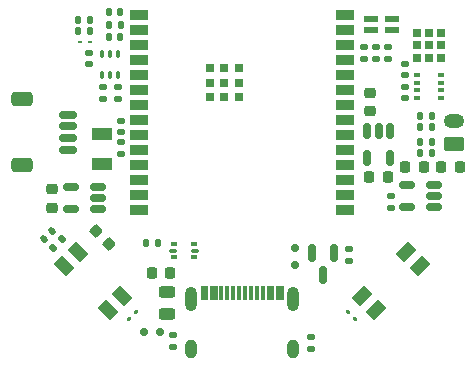
<source format=gbr>
%TF.GenerationSoftware,KiCad,Pcbnew,9.0.6*%
%TF.CreationDate,2026-01-06T14:18:23+01:00*%
%TF.ProjectId,EnviroLind,456e7669-726f-44c6-996e-642e6b696361,rev?*%
%TF.SameCoordinates,Original*%
%TF.FileFunction,Soldermask,Top*%
%TF.FilePolarity,Negative*%
%FSLAX46Y46*%
G04 Gerber Fmt 4.6, Leading zero omitted, Abs format (unit mm)*
G04 Created by KiCad (PCBNEW 9.0.6) date 2026-01-06 14:18:23*
%MOMM*%
%LPD*%
G01*
G04 APERTURE LIST*
G04 Aperture macros list*
%AMRoundRect*
0 Rectangle with rounded corners*
0 $1 Rounding radius*
0 $2 $3 $4 $5 $6 $7 $8 $9 X,Y pos of 4 corners*
0 Add a 4 corners polygon primitive as box body*
4,1,4,$2,$3,$4,$5,$6,$7,$8,$9,$2,$3,0*
0 Add four circle primitives for the rounded corners*
1,1,$1+$1,$2,$3*
1,1,$1+$1,$4,$5*
1,1,$1+$1,$6,$7*
1,1,$1+$1,$8,$9*
0 Add four rect primitives between the rounded corners*
20,1,$1+$1,$2,$3,$4,$5,0*
20,1,$1+$1,$4,$5,$6,$7,0*
20,1,$1+$1,$6,$7,$8,$9,0*
20,1,$1+$1,$8,$9,$2,$3,0*%
%AMRotRect*
0 Rectangle, with rotation*
0 The origin of the aperture is its center*
0 $1 length*
0 $2 width*
0 $3 Rotation angle, in degrees counterclockwise*
0 Add horizontal line*
21,1,$1,$2,0,0,$3*%
G04 Aperture macros list end*
%ADD10RoundRect,0.135000X-0.135000X-0.185000X0.135000X-0.185000X0.135000X0.185000X-0.135000X0.185000X0*%
%ADD11RoundRect,0.243750X0.456250X-0.243750X0.456250X0.243750X-0.456250X0.243750X-0.456250X-0.243750X0*%
%ADD12RoundRect,0.140000X0.140000X0.170000X-0.140000X0.170000X-0.140000X-0.170000X0.140000X-0.170000X0*%
%ADD13RoundRect,0.135000X0.185000X-0.135000X0.185000X0.135000X-0.185000X0.135000X-0.185000X-0.135000X0*%
%ADD14RoundRect,0.225000X0.225000X0.250000X-0.225000X0.250000X-0.225000X-0.250000X0.225000X-0.250000X0*%
%ADD15RotRect,1.550000X1.000000X315.000000*%
%ADD16RoundRect,0.140000X0.170000X-0.140000X0.170000X0.140000X-0.170000X0.140000X-0.170000X-0.140000X0*%
%ADD17R,0.500000X0.350000*%
%ADD18R,1.200000X0.600000*%
%ADD19RoundRect,0.140000X-0.170000X0.140000X-0.170000X-0.140000X0.170000X-0.140000X0.170000X0.140000X0*%
%ADD20RoundRect,0.135000X0.135000X0.185000X-0.135000X0.185000X-0.135000X-0.185000X0.135000X-0.185000X0*%
%ADD21RoundRect,0.150000X0.150000X0.200000X-0.150000X0.200000X-0.150000X-0.200000X0.150000X-0.200000X0*%
%ADD22RoundRect,0.093750X-0.156250X-0.093750X0.156250X-0.093750X0.156250X0.093750X-0.156250X0.093750X0*%
%ADD23RoundRect,0.075000X-0.250000X-0.075000X0.250000X-0.075000X0.250000X0.075000X-0.250000X0.075000X0*%
%ADD24RoundRect,0.150000X0.200000X-0.150000X0.200000X0.150000X-0.200000X0.150000X-0.200000X-0.150000X0*%
%ADD25RoundRect,0.225000X-0.335876X-0.017678X-0.017678X-0.335876X0.335876X0.017678X0.017678X0.335876X0*%
%ADD26R,1.500000X0.900000*%
%ADD27R,0.800000X0.800000*%
%ADD28RoundRect,0.150000X0.512500X0.150000X-0.512500X0.150000X-0.512500X-0.150000X0.512500X-0.150000X0*%
%ADD29RoundRect,0.062500X-0.127279X0.038891X0.038891X-0.127279X0.127279X-0.038891X-0.038891X0.127279X0*%
%ADD30RoundRect,0.147500X0.147500X0.172500X-0.147500X0.172500X-0.147500X-0.172500X0.147500X-0.172500X0*%
%ADD31RoundRect,0.150000X-0.150000X0.587500X-0.150000X-0.587500X0.150000X-0.587500X0.150000X0.587500X0*%
%ADD32R,1.800000X1.000000*%
%ADD33RoundRect,0.225000X-0.225000X-0.250000X0.225000X-0.250000X0.225000X0.250000X-0.225000X0.250000X0*%
%ADD34RotRect,1.550000X1.000000X45.000000*%
%ADD35RoundRect,0.150000X-0.150000X0.512500X-0.150000X-0.512500X0.150000X-0.512500X0.150000X0.512500X0*%
%ADD36RoundRect,0.150000X-0.625000X0.150000X-0.625000X-0.150000X0.625000X-0.150000X0.625000X0.150000X0*%
%ADD37RoundRect,0.250000X-0.650000X0.350000X-0.650000X-0.350000X0.650000X-0.350000X0.650000X0.350000X0*%
%ADD38RoundRect,0.147500X-0.147500X-0.172500X0.147500X-0.172500X0.147500X0.172500X-0.147500X0.172500X0*%
%ADD39RoundRect,0.135000X-0.035355X0.226274X-0.226274X0.035355X0.035355X-0.226274X0.226274X-0.035355X0*%
%ADD40RoundRect,0.075000X-0.075000X0.250000X-0.075000X-0.250000X0.075000X-0.250000X0.075000X0.250000X0*%
%ADD41RoundRect,0.062500X0.038891X0.127279X-0.127279X-0.038891X-0.038891X-0.127279X0.127279X0.038891X0*%
%ADD42RoundRect,0.135000X-0.185000X0.135000X-0.185000X-0.135000X0.185000X-0.135000X0.185000X0.135000X0*%
%ADD43RoundRect,0.225000X0.250000X-0.225000X0.250000X0.225000X-0.250000X0.225000X-0.250000X-0.225000X0*%
%ADD44R,0.300000X1.150000*%
%ADD45O,1.000000X2.100000*%
%ADD46O,1.000000X1.600000*%
%ADD47RoundRect,0.062500X0.117500X0.062500X-0.117500X0.062500X-0.117500X-0.062500X0.117500X-0.062500X0*%
%ADD48RoundRect,0.070000X-0.280000X0.280000X-0.280000X-0.280000X0.280000X-0.280000X0.280000X0.280000X0*%
%ADD49RoundRect,0.140000X-0.021213X0.219203X-0.219203X0.021213X0.021213X-0.219203X0.219203X-0.021213X0*%
%ADD50RoundRect,0.250000X0.625000X-0.350000X0.625000X0.350000X-0.625000X0.350000X-0.625000X-0.350000X0*%
%ADD51O,1.750000X1.200000*%
G04 APERTURE END LIST*
D10*
%TO.C,R12*%
X116662200Y-101142800D03*
X117682200Y-101142800D03*
%TD*%
D11*
%TO.C,FB1*%
X95250000Y-117015500D03*
X95250000Y-115140500D03*
%TD*%
D12*
%TO.C,C5*%
X88694200Y-93065600D03*
X87734200Y-93065600D03*
%TD*%
D13*
%TO.C,R2*%
X107438000Y-119915400D03*
X107438000Y-118895400D03*
%TD*%
D14*
%TO.C,C13*%
X120028000Y-104521000D03*
X118478000Y-104521000D03*
%TD*%
D15*
%TO.C,SW4*%
X90254668Y-116657643D03*
X86542357Y-112945332D03*
X91456749Y-115455562D03*
X87744438Y-111743251D03*
%TD*%
D13*
%TO.C,R5*%
X112903000Y-95426700D03*
X112903000Y-94406700D03*
%TD*%
D16*
%TO.C,C8*%
X115392200Y-98699200D03*
X115392200Y-97739200D03*
%TD*%
D17*
%TO.C,U5*%
X118414800Y-96754400D03*
X118414800Y-97404400D03*
X118414800Y-98054400D03*
X118414800Y-98704400D03*
X116364800Y-98704400D03*
X116364800Y-98054400D03*
X116364800Y-97404400D03*
X116364800Y-96754400D03*
%TD*%
D18*
%TO.C,D3*%
X112522000Y-91995700D03*
X114322000Y-91995700D03*
X112522000Y-92945700D03*
X114322000Y-92945700D03*
%TD*%
D19*
%TO.C,C9*%
X91338400Y-102466200D03*
X91338400Y-103426200D03*
%TD*%
D20*
%TO.C,R10*%
X88698800Y-92125800D03*
X87678800Y-92125800D03*
%TD*%
D21*
%TO.C,D2*%
X93280000Y-118491000D03*
X94680000Y-118491000D03*
%TD*%
D22*
%TO.C,U2*%
X95797000Y-111095500D03*
D23*
X95722000Y-111633000D03*
D22*
X95797000Y-112170500D03*
X97497000Y-112170500D03*
D23*
X97572000Y-111633000D03*
D22*
X97497000Y-111095500D03*
%TD*%
D19*
%TO.C,C10*%
X115392200Y-95834200D03*
X115392200Y-96794200D03*
%TD*%
D24*
%TO.C,D9*%
X106045000Y-111441000D03*
X106045000Y-112841000D03*
%TD*%
D25*
%TO.C,C1*%
X89240992Y-109941992D03*
X90337008Y-111038008D03*
%TD*%
D26*
%TO.C,U8*%
X92850000Y-91669000D03*
X92850000Y-92939000D03*
X92850000Y-94209000D03*
X92850000Y-95479000D03*
X92850000Y-96749000D03*
X92850000Y-98019000D03*
X92850000Y-99289000D03*
X92850000Y-100559000D03*
X92850000Y-101829000D03*
X92850000Y-103099000D03*
X92850000Y-104369000D03*
X92850000Y-105639000D03*
X92850000Y-106909000D03*
X92850000Y-108179000D03*
X110350000Y-108179000D03*
X110350000Y-106909000D03*
X110350000Y-105639000D03*
X110350000Y-104369000D03*
X110350000Y-103099000D03*
X110350000Y-101829000D03*
X110350000Y-100559000D03*
X110350000Y-99289000D03*
X110350000Y-98019000D03*
X110350000Y-96749000D03*
X110350000Y-95479000D03*
X110350000Y-94209000D03*
X110350000Y-92939000D03*
X110350000Y-91669000D03*
D27*
X98845000Y-96139000D03*
X98845000Y-97389000D03*
X98845000Y-98639000D03*
X100095000Y-96139000D03*
X100095000Y-97389000D03*
X100095000Y-98639000D03*
X101345000Y-96139000D03*
X101345000Y-97389000D03*
X101345000Y-98639000D03*
%TD*%
D28*
%TO.C,U3*%
X89402500Y-108138000D03*
X89402500Y-107188000D03*
X89402500Y-106238000D03*
X87127500Y-106238000D03*
X87127500Y-108138000D03*
%TD*%
D29*
%TO.C,D5*%
X111167985Y-117390985D03*
X110574015Y-116797015D03*
%TD*%
D30*
%TO.C,D1*%
X91290000Y-91440000D03*
X90320000Y-91440000D03*
%TD*%
D31*
%TO.C,Q1*%
X109408000Y-111838500D03*
X107508000Y-111838500D03*
X108458000Y-113713500D03*
%TD*%
D13*
%TO.C,R15*%
X110683000Y-112473500D03*
X110683000Y-111453500D03*
%TD*%
D32*
%TO.C,Y1*%
X89712800Y-104272400D03*
X89712800Y-101772400D03*
%TD*%
D14*
%TO.C,C4*%
X113932000Y-105404500D03*
X112382000Y-105404500D03*
%TD*%
D13*
%TO.C,R8*%
X89789000Y-98808000D03*
X89789000Y-97788000D03*
%TD*%
D33*
%TO.C,F1*%
X93967000Y-113538000D03*
X95517000Y-113538000D03*
%TD*%
D34*
%TO.C,SW3*%
X116657643Y-112945332D03*
X112945332Y-116657643D03*
X115455562Y-111743251D03*
X111743251Y-115455562D03*
%TD*%
D28*
%TO.C,U1*%
X117845000Y-107945000D03*
X117845000Y-106995000D03*
X117845000Y-106045000D03*
X115570000Y-106045000D03*
X115570000Y-107945000D03*
%TD*%
D12*
%TO.C,C6*%
X91285000Y-93497400D03*
X90325000Y-93497400D03*
%TD*%
D13*
%TO.C,R4*%
X111887000Y-95426700D03*
X111887000Y-94406700D03*
%TD*%
D10*
%TO.C,R11*%
X116658200Y-103327200D03*
X117678200Y-103327200D03*
%TD*%
D35*
%TO.C,U4*%
X114107000Y-101473000D03*
X113157000Y-101473000D03*
X112207000Y-101473000D03*
X112207000Y-103748000D03*
X114107000Y-103748000D03*
%TD*%
D16*
%TO.C,C7*%
X88646000Y-95857000D03*
X88646000Y-94897000D03*
%TD*%
D36*
%TO.C,J2*%
X86836000Y-100100000D03*
X86836000Y-101100000D03*
X86836000Y-102100000D03*
X86836000Y-103100000D03*
D37*
X82961000Y-98800000D03*
X82961000Y-104400000D03*
%TD*%
D38*
%TO.C,D8*%
X116689200Y-100203000D03*
X117659200Y-100203000D03*
%TD*%
D13*
%TO.C,R6*%
X113919000Y-95426700D03*
X113919000Y-94406700D03*
%TD*%
%TO.C,R1*%
X95754000Y-119788400D03*
X95754000Y-118768400D03*
%TD*%
D39*
%TO.C,R14*%
X86323435Y-110678965D03*
X85602187Y-111400213D03*
%TD*%
D20*
%TO.C,R3*%
X91315000Y-92481400D03*
X90295000Y-92481400D03*
%TD*%
D13*
%TO.C,R7*%
X91059000Y-98808000D03*
X91059000Y-97788000D03*
%TD*%
D40*
%TO.C,U7*%
X91074000Y-94985000D03*
X90424000Y-94985000D03*
X89774000Y-94985000D03*
X89774000Y-96785000D03*
X90424000Y-96785000D03*
X91074000Y-96785000D03*
%TD*%
D16*
%TO.C,C11*%
X91338400Y-101597400D03*
X91338400Y-100637400D03*
%TD*%
D41*
%TO.C,D6*%
X92032015Y-117390985D03*
X92625985Y-116797015D03*
%TD*%
D42*
%TO.C,R9*%
X114167500Y-106995000D03*
X114167500Y-108015000D03*
%TD*%
D43*
%TO.C,C3*%
X112395000Y-99835000D03*
X112395000Y-98285000D03*
%TD*%
D44*
%TO.C,J1*%
X98246000Y-115189000D03*
X99046000Y-115189000D03*
X100346000Y-115189000D03*
X101346000Y-115189000D03*
X101846000Y-115189000D03*
X102846000Y-115189000D03*
X104146000Y-115189000D03*
X104946000Y-115189000D03*
X104646000Y-115189000D03*
X103846000Y-115189000D03*
X103346000Y-115189000D03*
X102346000Y-115189000D03*
X100846000Y-115189000D03*
X99846000Y-115189000D03*
X99346000Y-115189000D03*
X98546000Y-115189000D03*
D45*
X97276000Y-115754000D03*
D46*
X97276000Y-119934000D03*
D45*
X105916000Y-115754000D03*
D46*
X105916000Y-119934000D03*
%TD*%
D33*
%TO.C,C14*%
X115430000Y-104521000D03*
X116980000Y-104521000D03*
%TD*%
D47*
%TO.C,D4*%
X87895800Y-93980000D03*
X88735800Y-93980000D03*
%TD*%
D43*
%TO.C,C2*%
X85471000Y-107988400D03*
X85471000Y-106438400D03*
%TD*%
D20*
%TO.C,R13*%
X94488000Y-110998000D03*
X93468000Y-110998000D03*
%TD*%
D48*
%TO.C,U6*%
X118474200Y-93184000D03*
X117424200Y-93184000D03*
X116374200Y-93184000D03*
X116374200Y-94234000D03*
X116374200Y-95284000D03*
X117424200Y-95284000D03*
X118474200Y-95284000D03*
X118474200Y-94234000D03*
X117424200Y-94234000D03*
%TD*%
D49*
%TO.C,C12*%
X85540222Y-109938178D03*
X84861400Y-110617000D03*
%TD*%
D38*
%TO.C,D7*%
X116685200Y-102387400D03*
X117655200Y-102387400D03*
%TD*%
D50*
%TO.C,J3*%
X119507000Y-102616000D03*
D51*
X119507000Y-100616000D03*
%TD*%
M02*

</source>
